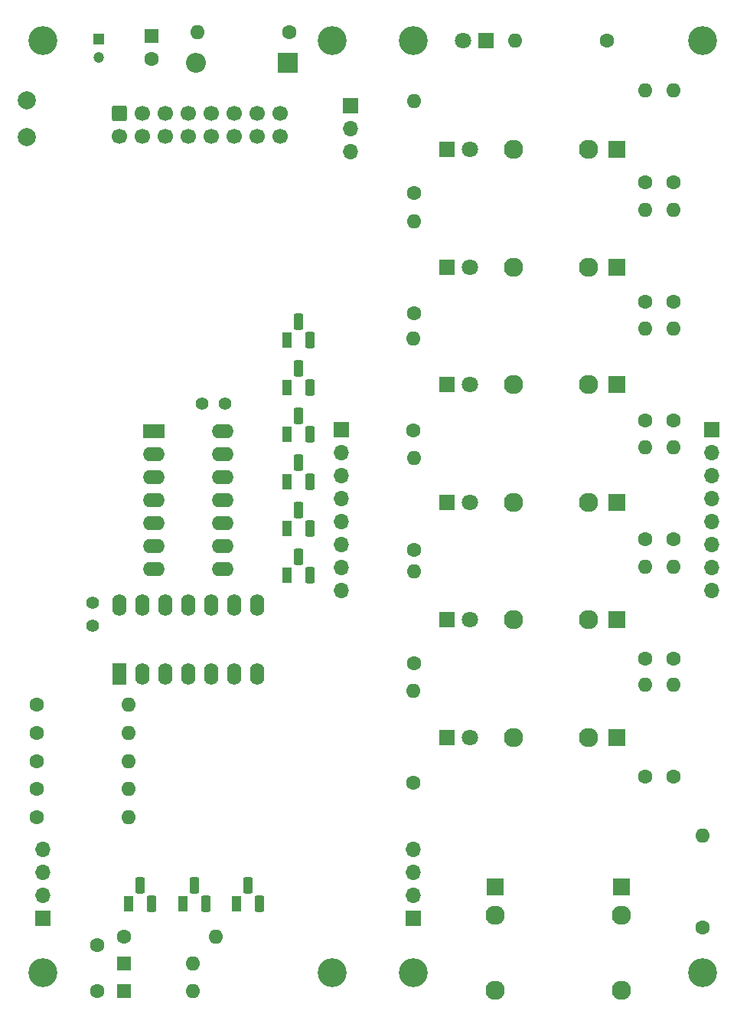
<source format=gbs>
G04 #@! TF.GenerationSoftware,KiCad,Pcbnew,8.0.2-1*
G04 #@! TF.CreationDate,2024-06-17T10:37:48+02:00*
G04 #@! TF.ProjectId,chrono-divider,6368726f-6e6f-42d6-9469-76696465722e,rev?*
G04 #@! TF.SameCoordinates,Original*
G04 #@! TF.FileFunction,Soldermask,Bot*
G04 #@! TF.FilePolarity,Negative*
%FSLAX46Y46*%
G04 Gerber Fmt 4.6, Leading zero omitted, Abs format (unit mm)*
G04 Created by KiCad (PCBNEW 8.0.2-1) date 2024-06-17 10:37:48*
%MOMM*%
%LPD*%
G01*
G04 APERTURE LIST*
G04 Aperture macros list*
%AMRoundRect*
0 Rectangle with rounded corners*
0 $1 Rounding radius*
0 $2 $3 $4 $5 $6 $7 $8 $9 X,Y pos of 4 corners*
0 Add a 4 corners polygon primitive as box body*
4,1,4,$2,$3,$4,$5,$6,$7,$8,$9,$2,$3,0*
0 Add four circle primitives for the rounded corners*
1,1,$1+$1,$2,$3*
1,1,$1+$1,$4,$5*
1,1,$1+$1,$6,$7*
1,1,$1+$1,$8,$9*
0 Add four rect primitives between the rounded corners*
20,1,$1+$1,$2,$3,$4,$5,0*
20,1,$1+$1,$4,$5,$6,$7,0*
20,1,$1+$1,$6,$7,$8,$9,0*
20,1,$1+$1,$8,$9,$2,$3,0*%
G04 Aperture macros list end*
%ADD10C,3.200000*%
%ADD11C,1.600000*%
%ADD12O,1.600000X1.600000*%
%ADD13R,1.800000X1.800000*%
%ADD14C,1.800000*%
%ADD15R,1.830000X1.930000*%
%ADD16C,2.130000*%
%ADD17R,1.100000X1.800000*%
%ADD18RoundRect,0.275000X-0.275000X-0.625000X0.275000X-0.625000X0.275000X0.625000X-0.275000X0.625000X0*%
%ADD19R,1.600000X2.400000*%
%ADD20O,1.600000X2.400000*%
%ADD21R,1.930000X1.830000*%
%ADD22R,1.700000X1.700000*%
%ADD23O,1.700000X1.700000*%
%ADD24R,1.600000X1.600000*%
%ADD25C,2.000000*%
%ADD26R,2.400000X1.600000*%
%ADD27O,2.400000X1.600000*%
%ADD28R,2.200000X2.200000*%
%ADD29O,2.200000X2.200000*%
%ADD30C,1.400000*%
%ADD31R,1.200000X1.200000*%
%ADD32C,1.200000*%
%ADD33RoundRect,0.250000X-0.600000X0.600000X-0.600000X-0.600000X0.600000X-0.600000X0.600000X0.600000X0*%
%ADD34C,1.700000*%
G04 APERTURE END LIST*
D10*
X54000000Y-54000000D03*
D11*
X123800000Y-109080000D03*
D12*
X123800000Y-98920000D03*
D10*
X95000000Y-54000000D03*
D11*
X95100000Y-70830000D03*
D12*
X95100000Y-60670000D03*
D13*
X98730000Y-92000000D03*
D14*
X101270000Y-92000000D03*
D15*
X117480000Y-66000000D03*
D16*
X106080000Y-66000000D03*
X114380000Y-66000000D03*
D15*
X117480000Y-131000000D03*
D16*
X106080000Y-131000000D03*
X114380000Y-131000000D03*
D11*
X120600000Y-95960000D03*
D12*
X120600000Y-85800000D03*
D17*
X81000000Y-113100000D03*
D18*
X82270000Y-111030000D03*
X83540000Y-113100000D03*
D15*
X117480000Y-118000000D03*
D16*
X106080000Y-118000000D03*
X114380000Y-118000000D03*
D11*
X123800000Y-69660000D03*
D12*
X123800000Y-59500000D03*
D19*
X62475000Y-124000000D03*
D20*
X65015000Y-124000000D03*
X67555000Y-124000000D03*
X70095000Y-124000000D03*
X72635000Y-124000000D03*
X75175000Y-124000000D03*
X77715000Y-124000000D03*
X77715000Y-116380000D03*
X75175000Y-116380000D03*
X72635000Y-116380000D03*
X70095000Y-116380000D03*
X67555000Y-116380000D03*
X65015000Y-116380000D03*
X62475000Y-116380000D03*
D17*
X63460000Y-149400000D03*
D18*
X64730000Y-147330000D03*
X66000000Y-149400000D03*
D11*
X53320000Y-139800000D03*
D12*
X63480000Y-139800000D03*
D11*
X60000000Y-159000000D03*
X60000000Y-154000000D03*
D17*
X81000000Y-92300000D03*
D18*
X82270000Y-90230000D03*
X83540000Y-92300000D03*
D17*
X81000000Y-87100000D03*
D18*
X82270000Y-85030000D03*
X83540000Y-87100000D03*
D17*
X81000000Y-102700000D03*
D18*
X82270000Y-100630000D03*
X83540000Y-102700000D03*
D21*
X104000000Y-147520000D03*
D16*
X104000000Y-158920000D03*
X104000000Y-150620000D03*
D11*
X127000000Y-152030000D03*
D12*
X127000000Y-141870000D03*
D22*
X54000000Y-151000000D03*
D23*
X54000000Y-148460000D03*
X54000000Y-145920000D03*
X54000000Y-143380000D03*
D11*
X95100000Y-110280000D03*
D12*
X95100000Y-100120000D03*
D24*
X63000000Y-159000000D03*
D12*
X70620000Y-159000000D03*
D10*
X95000000Y-157000000D03*
D15*
X117480000Y-105000000D03*
D16*
X106080000Y-105000000D03*
X114380000Y-105000000D03*
D13*
X98730000Y-66000000D03*
D14*
X101270000Y-66000000D03*
D25*
X52200000Y-60550000D03*
D26*
X66300000Y-97175000D03*
D27*
X66300000Y-99715000D03*
X66300000Y-102255000D03*
X66300000Y-104795000D03*
X66300000Y-107335000D03*
X66300000Y-109875000D03*
X66300000Y-112415000D03*
X73920000Y-112415000D03*
X73920000Y-109875000D03*
X73920000Y-107335000D03*
X73920000Y-104795000D03*
X73920000Y-102255000D03*
X73920000Y-99715000D03*
X73920000Y-97175000D03*
D11*
X95000000Y-97030000D03*
D12*
X95000000Y-86870000D03*
D11*
X95100000Y-122780000D03*
D12*
X95100000Y-112620000D03*
D13*
X98730000Y-79000000D03*
D14*
X101270000Y-79000000D03*
D11*
X120600000Y-69660000D03*
D12*
X120600000Y-59500000D03*
D11*
X120600000Y-109080000D03*
D12*
X120600000Y-98920000D03*
D11*
X81280000Y-53000000D03*
D12*
X71120000Y-53000000D03*
D13*
X103000000Y-54000000D03*
D14*
X100460000Y-54000000D03*
D15*
X117480000Y-92000000D03*
D16*
X106080000Y-92000000D03*
X114380000Y-92000000D03*
D28*
X81080000Y-56400000D03*
D29*
X70920000Y-56400000D03*
D10*
X86000000Y-54000000D03*
D11*
X53320000Y-127400000D03*
D12*
X63480000Y-127400000D03*
D11*
X123800000Y-135330000D03*
D12*
X123800000Y-125170000D03*
D11*
X62970000Y-153000000D03*
D12*
X73130000Y-153000000D03*
D30*
X59500000Y-116150000D03*
X59500000Y-118650000D03*
D13*
X98730000Y-118000000D03*
D14*
X101270000Y-118000000D03*
D11*
X53320000Y-136700000D03*
D12*
X63480000Y-136700000D03*
D11*
X95100000Y-84080000D03*
D12*
X95100000Y-73920000D03*
D17*
X75460000Y-149400000D03*
D18*
X76730000Y-147330000D03*
X78000000Y-149400000D03*
D30*
X74150000Y-94100000D03*
X71650000Y-94100000D03*
D10*
X86000000Y-157000000D03*
D13*
X98730000Y-105000000D03*
D14*
X101270000Y-105000000D03*
D21*
X118000000Y-147520000D03*
D16*
X118000000Y-158920000D03*
X118000000Y-150620000D03*
D22*
X87000000Y-97000000D03*
D23*
X87000000Y-99540000D03*
X87000000Y-102080000D03*
X87000000Y-104620000D03*
X87000000Y-107160000D03*
X87000000Y-109700000D03*
X87000000Y-112240000D03*
X87000000Y-114780000D03*
D11*
X53320000Y-130500000D03*
D12*
X63480000Y-130500000D03*
D17*
X81000000Y-97500000D03*
D18*
X82270000Y-95430000D03*
X83540000Y-97500000D03*
D11*
X53320000Y-133600000D03*
D12*
X63480000Y-133600000D03*
D10*
X127000000Y-157000000D03*
X54000000Y-157000000D03*
D22*
X88000000Y-61200000D03*
D23*
X88000000Y-63740000D03*
X88000000Y-66280000D03*
D24*
X63000000Y-156000000D03*
D12*
X70620000Y-156000000D03*
D11*
X120600000Y-122280000D03*
D12*
X120600000Y-112120000D03*
D17*
X69460000Y-149400000D03*
D18*
X70730000Y-147330000D03*
X72000000Y-149400000D03*
D17*
X81000000Y-107900000D03*
D18*
X82270000Y-105830000D03*
X83540000Y-107900000D03*
D11*
X120600000Y-135330000D03*
D12*
X120600000Y-125170000D03*
D11*
X123800000Y-95960000D03*
D12*
X123800000Y-85800000D03*
D11*
X116380000Y-54000000D03*
D12*
X106220000Y-54000000D03*
D10*
X127000000Y-54000000D03*
D11*
X120600000Y-82830000D03*
D12*
X120600000Y-72670000D03*
D25*
X52200000Y-64600000D03*
D11*
X123800000Y-122280000D03*
D12*
X123800000Y-112120000D03*
D13*
X98730000Y-131000000D03*
D14*
X101270000Y-131000000D03*
D11*
X123800000Y-82830000D03*
D12*
X123800000Y-72670000D03*
D15*
X117480000Y-79000000D03*
D16*
X106080000Y-79000000D03*
X114380000Y-79000000D03*
D11*
X95000000Y-136030000D03*
D12*
X95000000Y-125870000D03*
D22*
X128000000Y-97000000D03*
D23*
X128000000Y-99540000D03*
X128000000Y-102080000D03*
X128000000Y-104620000D03*
X128000000Y-107160000D03*
X128000000Y-109700000D03*
X128000000Y-112240000D03*
X128000000Y-114780000D03*
D22*
X95000000Y-151000000D03*
D23*
X95000000Y-148460000D03*
X95000000Y-145920000D03*
X95000000Y-143380000D03*
D31*
X60200000Y-53827401D03*
D32*
X60200000Y-55827401D03*
D24*
X66000000Y-53500000D03*
D11*
X66000000Y-56000000D03*
D33*
X62460000Y-62000000D03*
D34*
X62460000Y-64540000D03*
X65000000Y-62000000D03*
X65000000Y-64540000D03*
X67540000Y-62000000D03*
X67540000Y-64540000D03*
X70080000Y-62000000D03*
X70080000Y-64540000D03*
X72620000Y-62000000D03*
X72620000Y-64540000D03*
X75160000Y-62000000D03*
X75160000Y-64540000D03*
X77700000Y-62000000D03*
X77700000Y-64540000D03*
X80240000Y-62000000D03*
X80240000Y-64540000D03*
M02*

</source>
